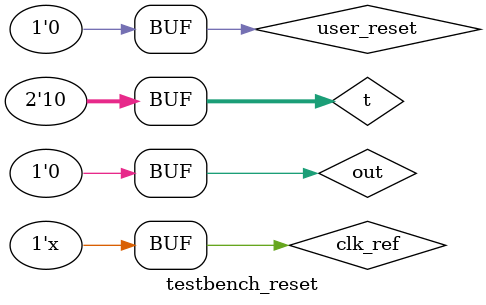
<source format=v>
`timescale 1ns / 1ps


module testbench_reset(

    );
    


   reg clk_ref=0;
   always #10 clk_ref <= ~clk_ref;
   reg user_reset=0;
   reg enable_sampling_logic=0;

    reg internal_reset=1; //Active High
    integer reset_counter=0;
    
    parameter RESET_COUNT = 100000;
    always @(posedge clk_ref) begin 
    if(user_reset)
    begin
    internal_reset<=1;
    reset_counter <=0;
    enable_sampling_logic <=0;
    end

    if( reset_counter < RESET_COUNT)
    reset_counter<=reset_counter+1;

   
    if(reset_counter == 0.95*RESET_COUNT) internal_reset <=0;
    else if (reset_counter == RESET_COUNT)  enable_sampling_logic<=1;
    
    
    
    
    end




    wire [1:0] t;
    wire out;
    assign t[1]=1;
    assign t[0]=0;
    assign out = &t;
endmodule

</source>
